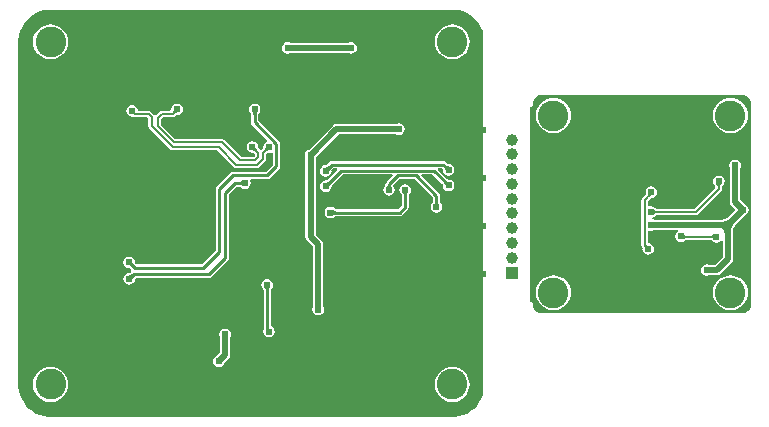
<source format=gbl>
G04*
G04 #@! TF.GenerationSoftware,Altium Limited,Altium Designer,20.0.2 (26)*
G04*
G04 Layer_Physical_Order=2*
G04 Layer_Color=16711680*
%FSLAX25Y25*%
%MOIN*%
G70*
G01*
G75*
%ADD10C,0.01000*%
%ADD15C,0.00700*%
%ADD68C,0.02000*%
%ADD69C,0.00900*%
%ADD73C,0.03937*%
%ADD74R,0.03937X0.03937*%
%ADD75C,0.10236*%
%ADD76C,0.02400*%
G36*
X3937Y73784D02*
X71153D01*
X71717Y73672D01*
X72248Y73452D01*
X72726Y73132D01*
X73132Y72726D01*
X73452Y72248D01*
X73672Y71717D01*
X73784Y71153D01*
Y70866D01*
Y3937D01*
Y3650D01*
X73672Y3086D01*
X73452Y2555D01*
X73132Y2077D01*
X72726Y1671D01*
X72248Y1352D01*
X71717Y1132D01*
X71153Y1020D01*
X3650D01*
X3086Y1132D01*
X2555Y1352D01*
X2077Y1671D01*
X1671Y2077D01*
X1352Y2555D01*
X1132Y3086D01*
X1020Y3650D01*
Y3937D01*
X942Y4327D01*
X721Y4658D01*
X390Y4879D01*
X0Y4956D01*
Y69847D01*
X390Y69924D01*
X721Y70145D01*
X942Y70476D01*
X1020Y70866D01*
Y71153D01*
X1132Y71717D01*
X1352Y72248D01*
X1671Y72726D01*
X2077Y73132D01*
X2555Y73452D01*
X3086Y73672D01*
X3650Y73784D01*
X3937Y73784D01*
D02*
G37*
G36*
X-23701Y102091D02*
X-22335Y101725D01*
X-21028Y101184D01*
X-19803Y100476D01*
X-18680Y99615D01*
X-17680Y98615D01*
X-16819Y97492D01*
X-16112Y96267D01*
X-15570Y94960D01*
X-15500Y94698D01*
Y-25903D01*
X-15570Y-26165D01*
X-16112Y-27472D01*
X-16819Y-28697D01*
X-17680Y-29820D01*
X-18680Y-30820D01*
X-19803Y-31681D01*
X-21028Y-32388D01*
X-22335Y-32930D01*
X-23701Y-33296D01*
X-25104Y-33481D01*
X-160377D01*
X-161779Y-33296D01*
X-163146Y-32930D01*
X-164453Y-32388D01*
X-165678Y-31681D01*
X-166800Y-30820D01*
X-167800Y-29820D01*
X-168661Y-28697D01*
X-169369Y-27472D01*
X-169910Y-26165D01*
X-170276Y-24799D01*
X-170461Y-23396D01*
Y-22689D01*
Y91484D01*
Y92191D01*
X-170276Y93594D01*
X-169910Y94960D01*
X-169369Y96267D01*
X-168661Y97492D01*
X-167800Y98615D01*
X-166800Y99615D01*
X-165678Y100476D01*
X-164453Y101184D01*
X-163145Y101725D01*
X-161779Y102091D01*
X-160377Y102276D01*
X-25104D01*
X-23701Y102091D01*
D02*
G37*
%LPC*%
G36*
X7874Y72775D02*
X6734Y72663D01*
X5637Y72330D01*
X4626Y71790D01*
X3740Y71063D01*
X3013Y70177D01*
X2473Y69166D01*
X2140Y68070D01*
X2028Y66929D01*
X2140Y65789D01*
X2473Y64692D01*
X3013Y63681D01*
X3740Y62795D01*
X4626Y62068D01*
X5637Y61528D01*
X6734Y61195D01*
X7874Y61083D01*
X9015Y61195D01*
X10111Y61528D01*
X11122Y62068D01*
X12008Y62795D01*
X12735Y63681D01*
X13275Y64692D01*
X13608Y65789D01*
X13720Y66929D01*
X13608Y68070D01*
X13275Y69166D01*
X12735Y70177D01*
X12008Y71063D01*
X11122Y71790D01*
X10111Y72330D01*
X9015Y72663D01*
X7874Y72775D01*
D02*
G37*
G36*
X66929Y72775D02*
X65789Y72663D01*
X64692Y72330D01*
X63681Y71790D01*
X62795Y71063D01*
X62068Y70177D01*
X61528Y69166D01*
X61195Y68070D01*
X61083Y66929D01*
X61195Y65789D01*
X61528Y64692D01*
X62068Y63681D01*
X62795Y62795D01*
X63681Y62068D01*
X64692Y61528D01*
X65789Y61195D01*
X66929Y61083D01*
X68070Y61195D01*
X69166Y61528D01*
X70177Y62068D01*
X71063Y62795D01*
X71790Y63681D01*
X72330Y64692D01*
X72663Y65789D01*
X72775Y66929D01*
X72663Y68070D01*
X72330Y69166D01*
X71790Y70177D01*
X71063Y71063D01*
X70177Y71790D01*
X69166Y72330D01*
X68070Y72663D01*
X66929Y72775D01*
D02*
G37*
G36*
X68500Y52232D02*
X67758Y52085D01*
X67130Y51665D01*
X66710Y51036D01*
X66562Y50295D01*
X66710Y49554D01*
X66766Y49469D01*
Y38000D01*
X66898Y37337D01*
X67274Y36775D01*
X68549Y35500D01*
X66196Y33147D01*
X65987Y32980D01*
X65721Y32799D01*
X65448Y32644D01*
X65166Y32513D01*
X64874Y32406D01*
X64571Y32323D01*
X64256Y32263D01*
X63990Y32233D01*
X41385D01*
X41300Y32290D01*
X40882Y32373D01*
X40722Y32405D01*
Y32915D01*
X40882Y32946D01*
X41300Y33029D01*
X41929Y33449D01*
X41990Y33542D01*
X41992Y33544D01*
X42055Y33597D01*
X42115Y33642D01*
X42169Y33677D01*
X42220Y33704D01*
X42266Y33724D01*
X42309Y33738D01*
X42348Y33747D01*
X42357Y33749D01*
X55319D01*
X55729Y33830D01*
X56076Y34062D01*
X63757Y41743D01*
X63989Y42090D01*
X64071Y42500D01*
Y43202D01*
X64072Y43210D01*
X64081Y43250D01*
X64095Y43293D01*
X64116Y43339D01*
X64143Y43389D01*
X64178Y43444D01*
X64222Y43503D01*
X64276Y43567D01*
X64277Y43568D01*
X64370Y43630D01*
X64790Y44259D01*
X64937Y45000D01*
X64790Y45741D01*
X64370Y46370D01*
X63741Y46790D01*
X63000Y46937D01*
X62259Y46790D01*
X61630Y46370D01*
X61210Y45741D01*
X61063Y45000D01*
X61210Y44259D01*
X61630Y43630D01*
X61723Y43568D01*
X61724Y43567D01*
X61778Y43503D01*
X61822Y43444D01*
X61857Y43389D01*
X61884Y43339D01*
X61905Y43293D01*
X61919Y43250D01*
X61928Y43210D01*
X61929Y43202D01*
Y42944D01*
X54876Y35890D01*
X42357D01*
X42348Y35891D01*
X42309Y35900D01*
X42266Y35915D01*
X42220Y35935D01*
X42169Y35962D01*
X42115Y35997D01*
X42055Y36041D01*
X41992Y36095D01*
X41990Y36097D01*
X41929Y36189D01*
X41300Y36609D01*
X40559Y36756D01*
X39879Y36621D01*
X39680Y36682D01*
X39379Y36843D01*
Y38365D01*
X40324Y39310D01*
X40332Y39316D01*
X40379Y39348D01*
X40425Y39376D01*
X40582Y39450D01*
X40648Y39475D01*
X40858Y39538D01*
X40975Y39566D01*
X41028Y39589D01*
X41300Y39644D01*
X41929Y40064D01*
X42349Y40692D01*
X42496Y41433D01*
X42349Y42175D01*
X41929Y42803D01*
X41300Y43223D01*
X40559Y43371D01*
X39818Y43223D01*
X39189Y42803D01*
X38769Y42175D01*
X38622Y41433D01*
X38691Y41085D01*
X38691Y41019D01*
X38709Y40926D01*
X38716Y40869D01*
X38717Y40824D01*
X38714Y40788D01*
X38708Y40760D01*
X38702Y40737D01*
X38693Y40716D01*
X38680Y40695D01*
X38679Y40693D01*
X37552Y39566D01*
X37320Y39218D01*
X37238Y38809D01*
Y23691D01*
X37320Y23282D01*
X37552Y22934D01*
X37633Y22853D01*
X37563Y22500D01*
X37710Y21759D01*
X38130Y21130D01*
X38759Y20710D01*
X39500Y20563D01*
X40241Y20710D01*
X40870Y21130D01*
X41290Y21759D01*
X41437Y22500D01*
X41290Y23241D01*
X40870Y23870D01*
X40241Y24290D01*
X39500Y24437D01*
X39379Y24536D01*
Y28476D01*
X39682Y28638D01*
X39879Y28698D01*
X40559Y28563D01*
X41300Y28710D01*
X41385Y28767D01*
X49314D01*
X49466Y28267D01*
X49130Y28043D01*
X48711Y27414D01*
X48563Y26673D01*
X48711Y25932D01*
X49130Y25303D01*
X49759Y24883D01*
X50500Y24736D01*
X51242Y24883D01*
X51575Y25106D01*
X51634Y25131D01*
X51836Y25272D01*
X51906Y25313D01*
X51978Y25350D01*
X52045Y25379D01*
X52106Y25402D01*
X52162Y25418D01*
X52213Y25428D01*
X52223Y25429D01*
X60461D01*
X60469Y25428D01*
X60509Y25419D01*
X60552Y25405D01*
X60598Y25385D01*
X60648Y25357D01*
X60703Y25322D01*
X60762Y25278D01*
X60825Y25224D01*
X60827Y25223D01*
X60889Y25130D01*
X61517Y24710D01*
X62259Y24563D01*
X63000Y24710D01*
X63629Y25130D01*
X63767Y25337D01*
X64267Y25185D01*
Y19685D01*
X61815Y17233D01*
X59825D01*
X59741Y17289D01*
X59000Y17437D01*
X58259Y17289D01*
X57630Y16870D01*
X57210Y16241D01*
X57063Y15500D01*
X57210Y14758D01*
X57630Y14130D01*
X58259Y13710D01*
X59000Y13563D01*
X59741Y13710D01*
X59826Y13767D01*
X62533D01*
X63197Y13899D01*
X63759Y14274D01*
X67226Y17741D01*
X67601Y18303D01*
X67733Y18967D01*
Y28490D01*
X67763Y28756D01*
X67823Y29071D01*
X67906Y29374D01*
X68014Y29666D01*
X68144Y29948D01*
X68299Y30221D01*
X68480Y30487D01*
X68647Y30696D01*
X71642Y33690D01*
X71741Y33710D01*
X72370Y34130D01*
X72790Y34759D01*
X72937Y35500D01*
X72790Y36241D01*
X72370Y36870D01*
X71741Y37290D01*
X71642Y37310D01*
X70233Y38718D01*
Y49469D01*
X70289Y49554D01*
X70437Y50295D01*
X70289Y51036D01*
X69870Y51665D01*
X69241Y52085D01*
X68500Y52232D01*
D02*
G37*
G36*
X66929Y13720D02*
X65789Y13608D01*
X64692Y13275D01*
X63681Y12735D01*
X62795Y12008D01*
X62068Y11122D01*
X61528Y10111D01*
X61195Y9015D01*
X61083Y7874D01*
X61195Y6734D01*
X61528Y5637D01*
X62068Y4626D01*
X62795Y3740D01*
X63681Y3013D01*
X64692Y2473D01*
X65789Y2140D01*
X66929Y2028D01*
X68070Y2140D01*
X69166Y2473D01*
X70177Y3013D01*
X71063Y3740D01*
X71790Y4626D01*
X72330Y5637D01*
X72663Y6734D01*
X72775Y7874D01*
X72663Y9015D01*
X72330Y10111D01*
X71790Y11122D01*
X71063Y12008D01*
X70177Y12735D01*
X69166Y13275D01*
X68070Y13608D01*
X66929Y13720D01*
D02*
G37*
G36*
X7874D02*
X6734Y13608D01*
X5637Y13275D01*
X4626Y12735D01*
X3740Y12008D01*
X3013Y11122D01*
X2473Y10111D01*
X2140Y9015D01*
X2028Y7874D01*
X2140Y6734D01*
X2473Y5637D01*
X3013Y4626D01*
X3740Y3740D01*
X4626Y3013D01*
X5637Y2473D01*
X6734Y2140D01*
X7874Y2028D01*
X9015Y2140D01*
X10111Y2473D01*
X11122Y3013D01*
X12008Y3740D01*
X12735Y4626D01*
X13275Y5637D01*
X13608Y6734D01*
X13720Y7874D01*
X13608Y9015D01*
X13275Y10111D01*
X12735Y11122D01*
X12008Y12008D01*
X11122Y12735D01*
X10111Y13275D01*
X9015Y13608D01*
X7874Y13720D01*
D02*
G37*
%LPD*%
G36*
X63747Y44047D02*
X63664Y43949D01*
X63590Y43850D01*
X63526Y43751D01*
X63472Y43650D01*
X63428Y43549D01*
X63394Y43446D01*
X63370Y43342D01*
X63355Y43238D01*
X63350Y43132D01*
X62650D01*
X62645Y43238D01*
X62630Y43342D01*
X62606Y43446D01*
X62572Y43549D01*
X62528Y43650D01*
X62474Y43751D01*
X62410Y43850D01*
X62336Y43949D01*
X62253Y44047D01*
X62160Y44143D01*
X63840D01*
X63747Y44047D01*
D02*
G37*
G36*
X40812Y40260D02*
X40674Y40228D01*
X40419Y40151D01*
X40302Y40107D01*
X40091Y40007D01*
X39996Y39951D01*
X39909Y39892D01*
X39829Y39828D01*
X39756Y39761D01*
X39143Y40138D01*
X39217Y40220D01*
X39280Y40305D01*
X39332Y40396D01*
X39373Y40491D01*
X39403Y40591D01*
X39422Y40695D01*
X39431Y40803D01*
X39428Y40917D01*
X39415Y41034D01*
X39391Y41157D01*
X40812Y40260D01*
D02*
G37*
G36*
X41512Y35566D02*
X41610Y35483D01*
X41708Y35409D01*
X41808Y35346D01*
X41909Y35292D01*
X42010Y35248D01*
X42113Y35213D01*
X42216Y35189D01*
X42321Y35174D01*
X42426Y35169D01*
Y34469D01*
X42321Y34464D01*
X42216Y34449D01*
X42113Y34425D01*
X42010Y34391D01*
X41909Y34347D01*
X41808Y34293D01*
X41708Y34229D01*
X41610Y34155D01*
X41512Y34072D01*
X41416Y33979D01*
Y35659D01*
X41512Y35566D01*
D02*
G37*
G36*
X68414Y31500D02*
X68146Y31211D01*
X67905Y30911D01*
X67693Y30599D01*
X67509Y30275D01*
X67353Y29939D01*
X67226Y29592D01*
X67127Y29233D01*
X67057Y28862D01*
X67014Y28480D01*
X67000Y28086D01*
X65000Y27500D01*
X64980Y27880D01*
X64920Y28220D01*
X64820Y28520D01*
X64680Y28780D01*
X64500Y29000D01*
X64280Y29180D01*
X64020Y29320D01*
X63720Y29420D01*
X63380Y29480D01*
X63000Y29500D01*
X63586Y31500D01*
X63980Y31514D01*
X64362Y31557D01*
X64733Y31627D01*
X65092Y31726D01*
X65439Y31854D01*
X65775Y32009D01*
X66099Y32193D01*
X66411Y32405D01*
X66711Y32645D01*
X67000Y32914D01*
X68414Y31500D01*
D02*
G37*
G36*
X51549Y27280D02*
X51631Y27190D01*
X51717Y27110D01*
X51806Y27041D01*
X51898Y26983D01*
X51993Y26935D01*
X52092Y26898D01*
X52194Y26871D01*
X52299Y26855D01*
X52407Y26850D01*
X52300Y26150D01*
X52198Y26146D01*
X52096Y26133D01*
X51991Y26111D01*
X51886Y26081D01*
X51779Y26042D01*
X51671Y25995D01*
X51562Y25938D01*
X51452Y25874D01*
X51227Y25718D01*
X51469Y27381D01*
X51549Y27280D01*
D02*
G37*
G36*
X61402Y25660D02*
X61305Y25753D01*
X61208Y25836D01*
X61109Y25910D01*
X61009Y25974D01*
X60909Y26028D01*
X60807Y26072D01*
X60705Y26106D01*
X60601Y26130D01*
X60496Y26145D01*
X60391Y26150D01*
Y26850D01*
X60496Y26855D01*
X60601Y26870D01*
X60705Y26894D01*
X60807Y26928D01*
X60909Y26972D01*
X61009Y27026D01*
X61109Y27090D01*
X61208Y27164D01*
X61305Y27247D01*
X61402Y27340D01*
Y25660D01*
D02*
G37*
G36*
X38627Y23871D02*
X38762Y23761D01*
X38825Y23719D01*
X38886Y23685D01*
X38944Y23661D01*
X39000Y23645D01*
X39053Y23637D01*
X39103Y23638D01*
X39151Y23648D01*
X38352Y22849D01*
X38362Y22897D01*
X38363Y22947D01*
X38355Y23000D01*
X38339Y23056D01*
X38315Y23114D01*
X38281Y23175D01*
X38239Y23238D01*
X38188Y23304D01*
X38129Y23373D01*
X38061Y23444D01*
X38556Y23939D01*
X38627Y23871D01*
D02*
G37*
%LPC*%
G36*
X-80663Y91449D02*
X-81404Y91302D01*
X-82033Y90882D01*
X-82453Y90253D01*
X-82600Y89512D01*
X-82453Y88771D01*
X-82033Y88142D01*
X-81404Y87722D01*
X-80663Y87575D01*
X-79922Y87722D01*
X-79855Y87767D01*
X-60326D01*
X-60241Y87710D01*
X-59500Y87563D01*
X-58759Y87710D01*
X-58130Y88130D01*
X-57710Y88759D01*
X-57563Y89500D01*
X-57710Y90241D01*
X-58130Y90870D01*
X-58759Y91290D01*
X-59500Y91437D01*
X-60241Y91290D01*
X-60326Y91233D01*
X-79820D01*
X-79922Y91302D01*
X-80663Y91449D01*
D02*
G37*
G36*
X-25811Y97330D02*
X-26952Y97218D01*
X-28048Y96886D01*
X-29059Y96345D01*
X-29945Y95618D01*
X-30672Y94732D01*
X-31212Y93721D01*
X-31545Y92625D01*
X-31657Y91484D01*
X-31545Y90344D01*
X-31212Y89247D01*
X-30672Y88236D01*
X-29945Y87350D01*
X-29059Y86623D01*
X-28048Y86083D01*
X-26952Y85750D01*
X-25811Y85638D01*
X-24670Y85750D01*
X-23574Y86083D01*
X-22563Y86623D01*
X-21677Y87350D01*
X-20950Y88236D01*
X-20410Y89247D01*
X-20077Y90344D01*
X-19965Y91484D01*
X-20077Y92625D01*
X-20410Y93721D01*
X-20950Y94732D01*
X-21677Y95618D01*
X-22563Y96345D01*
X-23574Y96886D01*
X-24670Y97218D01*
X-25811Y97330D01*
D02*
G37*
G36*
X-159669D02*
X-160810Y97218D01*
X-161907Y96886D01*
X-162917Y96345D01*
X-163803Y95618D01*
X-164530Y94732D01*
X-165070Y93721D01*
X-165403Y92625D01*
X-165516Y91484D01*
X-165403Y90344D01*
X-165070Y89247D01*
X-164530Y88236D01*
X-163803Y87350D01*
X-162917Y86623D01*
X-161907Y86083D01*
X-160810Y85750D01*
X-159669Y85638D01*
X-158529Y85750D01*
X-157432Y86083D01*
X-156421Y86623D01*
X-155535Y87350D01*
X-154808Y88236D01*
X-154268Y89247D01*
X-153935Y90344D01*
X-153823Y91484D01*
X-153935Y92625D01*
X-154268Y93721D01*
X-154808Y94732D01*
X-155535Y95618D01*
X-156421Y96345D01*
X-157432Y96886D01*
X-158529Y97218D01*
X-159669Y97330D01*
D02*
G37*
G36*
X-91677Y70937D02*
X-92418Y70790D01*
X-93047Y70370D01*
X-93467Y69741D01*
X-93614Y69000D01*
X-93467Y68259D01*
X-93047Y67630D01*
X-92977Y67583D01*
X-92965Y67564D01*
X-92949Y67534D01*
X-92935Y67498D01*
X-92921Y67454D01*
X-92909Y67401D01*
X-92901Y67346D01*
Y64664D01*
X-92807Y64195D01*
X-92542Y63798D01*
X-87492Y58748D01*
X-87578Y58464D01*
X-87690Y58239D01*
X-88263Y57856D01*
X-88683Y57227D01*
X-88831Y56486D01*
X-88809Y56377D01*
X-88809Y56375D01*
X-88816Y56292D01*
X-88826Y56219D01*
X-88840Y56155D01*
X-88857Y56100D01*
X-88875Y56054D01*
X-88895Y56013D01*
X-88917Y55978D01*
X-88922Y55972D01*
X-89574Y55320D01*
X-89743Y55337D01*
X-90378Y55972D01*
X-90383Y55978D01*
X-90405Y56013D01*
X-90425Y56054D01*
X-90443Y56100D01*
X-90460Y56155D01*
X-90474Y56219D01*
X-90484Y56292D01*
X-90491Y56375D01*
X-90491Y56377D01*
X-90469Y56486D01*
X-90617Y57227D01*
X-91036Y57856D01*
X-91665Y58276D01*
X-92406Y58423D01*
X-93148Y58276D01*
X-93776Y57856D01*
X-94196Y57227D01*
X-94344Y56486D01*
X-94196Y55745D01*
X-93776Y55116D01*
X-93148Y54696D01*
X-92406Y54549D01*
X-92297Y54571D01*
X-92295Y54571D01*
X-92212Y54564D01*
X-92139Y54553D01*
X-92075Y54539D01*
X-92021Y54523D01*
X-91974Y54504D01*
X-91934Y54484D01*
X-91899Y54463D01*
X-91892Y54458D01*
X-91571Y54136D01*
Y53443D01*
X-91943Y53071D01*
X-96057D01*
X-101743Y58757D01*
X-102090Y58989D01*
X-102500Y59071D01*
X-118093D01*
X-122929Y63907D01*
Y65777D01*
X-122277Y66429D01*
X-119000D01*
X-118590Y66511D01*
X-118243Y66743D01*
X-118015Y66971D01*
X-118008Y66977D01*
X-117973Y66998D01*
X-117933Y67018D01*
X-117886Y67037D01*
X-117831Y67053D01*
X-117768Y67067D01*
X-117694Y67078D01*
X-117612Y67084D01*
X-117609Y67084D01*
X-117500Y67063D01*
X-116759Y67210D01*
X-116130Y67630D01*
X-115710Y68259D01*
X-115563Y69000D01*
X-115710Y69741D01*
X-116130Y70370D01*
X-116759Y70790D01*
X-117500Y70937D01*
X-118241Y70790D01*
X-118870Y70370D01*
X-119290Y69741D01*
X-119437Y69000D01*
X-119757Y68571D01*
X-122721D01*
X-123130Y68489D01*
X-123477Y68257D01*
X-124587Y67147D01*
X-125124Y67162D01*
X-125207Y67204D01*
X-125243Y67257D01*
X-125243Y67257D01*
X-126243Y68257D01*
X-126590Y68489D01*
X-127000Y68571D01*
X-130577D01*
X-130710Y69241D01*
X-131130Y69870D01*
X-131759Y70290D01*
X-132500Y70437D01*
X-133241Y70290D01*
X-133870Y69870D01*
X-134290Y69241D01*
X-134437Y68500D01*
X-134290Y67759D01*
X-133870Y67130D01*
X-133241Y66710D01*
X-132500Y66563D01*
X-132105Y66641D01*
X-131910Y66511D01*
X-131500Y66429D01*
X-127444D01*
X-127071Y66057D01*
Y63365D01*
X-126989Y62955D01*
X-126757Y62608D01*
X-119790Y55641D01*
X-119790Y55641D01*
X-119443Y55409D01*
X-119033Y55327D01*
X-104115D01*
X-98611Y49823D01*
X-98611Y49823D01*
X-98263Y49591D01*
X-97854Y49510D01*
X-90940D01*
X-90530Y49591D01*
X-90183Y49823D01*
X-88243Y51763D01*
X-88011Y52110D01*
X-87929Y52520D01*
Y53936D01*
X-87408Y54458D01*
X-87401Y54463D01*
X-87366Y54484D01*
X-87326Y54504D01*
X-87279Y54523D01*
X-87225Y54539D01*
X-87161Y54553D01*
X-87088Y54564D01*
X-87005Y54571D01*
X-87002Y54571D01*
X-86894Y54549D01*
X-86217Y54683D01*
X-85979Y54604D01*
X-85717Y54464D01*
Y50513D01*
X-88007Y48224D01*
X-99000D01*
X-99468Y48130D01*
X-99865Y47865D01*
X-104365Y43365D01*
X-104630Y42968D01*
X-104724Y42500D01*
Y22007D01*
X-109384Y17346D01*
X-131116D01*
X-131466Y17696D01*
X-131498Y17741D01*
X-131527Y17786D01*
X-131548Y17827D01*
X-131564Y17863D01*
X-131574Y17896D01*
X-131579Y17917D01*
X-131563Y18000D01*
X-131710Y18741D01*
X-132130Y19370D01*
X-132759Y19790D01*
X-133500Y19937D01*
X-134241Y19790D01*
X-134870Y19370D01*
X-135290Y18741D01*
X-135437Y18000D01*
X-135290Y17259D01*
X-134870Y16630D01*
X-134241Y16210D01*
X-133500Y16063D01*
X-133417Y16079D01*
X-133396Y16074D01*
X-133363Y16064D01*
X-133327Y16048D01*
X-133286Y16027D01*
X-133241Y15998D01*
X-133196Y15966D01*
X-132764Y15534D01*
X-132820Y14895D01*
X-132865Y14865D01*
X-133196Y14534D01*
X-133241Y14502D01*
X-133286Y14473D01*
X-133327Y14452D01*
X-133363Y14436D01*
X-133396Y14426D01*
X-133417Y14421D01*
X-133500Y14437D01*
X-134241Y14290D01*
X-134870Y13870D01*
X-135290Y13241D01*
X-135437Y12500D01*
X-135290Y11759D01*
X-134870Y11130D01*
X-134241Y10710D01*
X-133500Y10563D01*
X-132759Y10710D01*
X-132130Y11130D01*
X-131710Y11759D01*
X-131563Y12500D01*
X-131153Y12776D01*
X-107000D01*
X-106532Y12870D01*
X-106135Y13135D01*
X-100635Y18635D01*
X-100370Y19032D01*
X-100277Y19500D01*
Y40688D01*
X-97798Y43167D01*
X-96619D01*
X-96564Y43158D01*
X-96511Y43146D01*
X-96467Y43132D01*
X-96431Y43117D01*
X-96401Y43102D01*
X-96382Y43090D01*
X-96335Y43020D01*
X-95706Y42600D01*
X-94965Y42453D01*
X-94224Y42600D01*
X-93595Y43020D01*
X-93175Y43649D01*
X-93028Y44390D01*
X-93175Y45131D01*
X-93272Y45276D01*
X-93005Y45777D01*
X-87500D01*
X-87032Y45870D01*
X-86635Y46135D01*
X-83628Y49141D01*
X-83363Y49538D01*
X-83270Y50006D01*
Y57480D01*
X-83363Y57948D01*
X-83628Y58345D01*
X-90453Y65170D01*
Y67346D01*
X-90445Y67401D01*
X-90433Y67454D01*
X-90419Y67498D01*
X-90404Y67534D01*
X-90389Y67564D01*
X-90377Y67583D01*
X-90307Y67630D01*
X-89887Y68259D01*
X-89740Y69000D01*
X-89887Y69741D01*
X-90307Y70370D01*
X-90936Y70790D01*
X-91677Y70937D01*
D02*
G37*
G36*
X-43597Y64329D02*
X-44338Y64181D01*
X-44423Y64125D01*
X-64454D01*
X-65117Y63993D01*
X-65679Y63617D01*
X-73693Y55603D01*
X-73793Y55583D01*
X-74421Y55163D01*
X-74841Y54535D01*
X-74989Y53794D01*
X-74841Y53052D01*
X-74785Y52968D01*
Y29326D01*
X-74841Y29241D01*
X-74989Y28500D01*
X-74841Y27759D01*
X-74785Y27674D01*
Y26552D01*
X-74653Y25888D01*
X-74277Y25326D01*
X-72226Y23275D01*
Y3057D01*
X-72283Y2973D01*
X-72430Y2232D01*
X-72283Y1490D01*
X-71863Y862D01*
X-71234Y442D01*
X-70493Y294D01*
X-69752Y442D01*
X-69123Y862D01*
X-68703Y1490D01*
X-68556Y2232D01*
X-68703Y2973D01*
X-68760Y3057D01*
Y23993D01*
X-68892Y24656D01*
X-69267Y25218D01*
X-69267Y25218D01*
X-71318Y27270D01*
Y27674D01*
X-71262Y27759D01*
X-71114Y28500D01*
X-71262Y29241D01*
X-71318Y29326D01*
Y52968D01*
X-71262Y53052D01*
X-71242Y53152D01*
X-63736Y60658D01*
X-44423D01*
X-44338Y60602D01*
X-43597Y60454D01*
X-42856Y60602D01*
X-42227Y61022D01*
X-41807Y61650D01*
X-41660Y62392D01*
X-41807Y63133D01*
X-42227Y63762D01*
X-42856Y64181D01*
X-43597Y64329D01*
D02*
G37*
G36*
X-28755Y51753D02*
X-65920D01*
X-66369Y51663D01*
X-66749Y51409D01*
X-67623Y50535D01*
X-67624Y50534D01*
X-67670Y50503D01*
X-67713Y50477D01*
X-67755Y50457D01*
X-67796Y50441D01*
X-67839Y50429D01*
X-67883Y50421D01*
X-67905Y50418D01*
X-68000Y50437D01*
X-68741Y50290D01*
X-69370Y49870D01*
X-69790Y49241D01*
X-69937Y48500D01*
X-69790Y47759D01*
X-69370Y47130D01*
X-68741Y46710D01*
X-68000Y46563D01*
X-67259Y46710D01*
X-66630Y47130D01*
X-66210Y47759D01*
X-66063Y48500D01*
X-66082Y48595D01*
X-66079Y48617D01*
X-66070Y48661D01*
X-66058Y48704D01*
X-66043Y48745D01*
X-66023Y48787D01*
X-65997Y48831D01*
X-65966Y48876D01*
X-65965Y48877D01*
X-65434Y49408D01*
X-64309D01*
X-64118Y48946D01*
X-67623Y45441D01*
X-67624Y45440D01*
X-67670Y45408D01*
X-67713Y45383D01*
X-67755Y45363D01*
X-67796Y45347D01*
X-67839Y45335D01*
X-67883Y45326D01*
X-67905Y45324D01*
X-68000Y45343D01*
X-68741Y45195D01*
X-69370Y44775D01*
X-69790Y44147D01*
X-69937Y43406D01*
X-69790Y42664D01*
X-69370Y42036D01*
X-68741Y41616D01*
X-68000Y41468D01*
X-67259Y41616D01*
X-66630Y42036D01*
X-66210Y42664D01*
X-66063Y43406D01*
X-66082Y43500D01*
X-66079Y43523D01*
X-66070Y43567D01*
X-66058Y43609D01*
X-66043Y43651D01*
X-66023Y43692D01*
X-65997Y43736D01*
X-65966Y43781D01*
X-65965Y43783D01*
X-62320Y47427D01*
X-45884D01*
X-45693Y46966D01*
X-47726Y44932D01*
X-47980Y44552D01*
X-48070Y44103D01*
Y43867D01*
X-48070Y43865D01*
X-48080Y43811D01*
X-48092Y43762D01*
X-48108Y43718D01*
X-48126Y43677D01*
X-48147Y43639D01*
X-48172Y43602D01*
X-48187Y43584D01*
X-48267Y43530D01*
X-48687Y42902D01*
X-48834Y42161D01*
X-48687Y41419D01*
X-48267Y40791D01*
X-47638Y40371D01*
X-46897Y40224D01*
X-46156Y40371D01*
X-45527Y40791D01*
X-45107Y41419D01*
X-44960Y42161D01*
X-45107Y42902D01*
X-45527Y43530D01*
X-45340Y44002D01*
X-43514Y45827D01*
X-38311D01*
X-32272Y39788D01*
Y38222D01*
X-32272Y38220D01*
X-32282Y38166D01*
X-32295Y38117D01*
X-32310Y38073D01*
X-32329Y38033D01*
X-32350Y37995D01*
X-32375Y37957D01*
X-32389Y37940D01*
X-32469Y37886D01*
X-32889Y37257D01*
X-33037Y36516D01*
X-32889Y35775D01*
X-32469Y35146D01*
X-31841Y34726D01*
X-31100Y34579D01*
X-30358Y34726D01*
X-29730Y35146D01*
X-29310Y35775D01*
X-29162Y36516D01*
X-29310Y37257D01*
X-29730Y37886D01*
X-29810Y37940D01*
X-29824Y37957D01*
X-29849Y37995D01*
X-29871Y38033D01*
X-29889Y38073D01*
X-29904Y38117D01*
X-29917Y38166D01*
X-29927Y38220D01*
X-29927Y38222D01*
Y40274D01*
X-30016Y40723D01*
X-30270Y41103D01*
X-36133Y46966D01*
X-35941Y47427D01*
X-32509D01*
X-29089Y44007D01*
X-29087Y44006D01*
X-29056Y43961D01*
X-29031Y43917D01*
X-29010Y43875D01*
X-28995Y43834D01*
X-28983Y43791D01*
X-28974Y43748D01*
X-28972Y43725D01*
X-28990Y43630D01*
X-28843Y42889D01*
X-28423Y42260D01*
X-27795Y41840D01*
X-27053Y41693D01*
X-26312Y41840D01*
X-25683Y42260D01*
X-25263Y42889D01*
X-25116Y43630D01*
X-25263Y44372D01*
X-25683Y45000D01*
X-26312Y45420D01*
X-27053Y45567D01*
X-27148Y45549D01*
X-27171Y45551D01*
X-27215Y45560D01*
X-27257Y45572D01*
X-27298Y45588D01*
X-27340Y45608D01*
X-27384Y45633D01*
X-27429Y45664D01*
X-27430Y45665D01*
X-30710Y48946D01*
X-30519Y49408D01*
X-29241D01*
X-29089Y49255D01*
X-29087Y49254D01*
X-29056Y49209D01*
X-29031Y49165D01*
X-29010Y49123D01*
X-28995Y49082D01*
X-28983Y49040D01*
X-28974Y48996D01*
X-28972Y48973D01*
X-28990Y48878D01*
X-28843Y48137D01*
X-28423Y47508D01*
X-27795Y47089D01*
X-27053Y46941D01*
X-26312Y47089D01*
X-25683Y47508D01*
X-25263Y48137D01*
X-25116Y48878D01*
X-25263Y49620D01*
X-25683Y50248D01*
X-26312Y50668D01*
X-27053Y50815D01*
X-27148Y50797D01*
X-27171Y50799D01*
X-27215Y50808D01*
X-27257Y50820D01*
X-27298Y50836D01*
X-27340Y50856D01*
X-27384Y50881D01*
X-27429Y50912D01*
X-27430Y50914D01*
X-27926Y51409D01*
X-28306Y51663D01*
X-28755Y51753D01*
D02*
G37*
G36*
X-41500Y44098D02*
X-42241Y43951D01*
X-42870Y43530D01*
X-43290Y42902D01*
X-43437Y42161D01*
X-43290Y41419D01*
X-42870Y40791D01*
X-42790Y40737D01*
X-42775Y40720D01*
X-42750Y40682D01*
X-42729Y40644D01*
X-42711Y40603D01*
X-42695Y40560D01*
X-42682Y40511D01*
X-42673Y40457D01*
X-42673Y40455D01*
Y36986D01*
X-43867Y35791D01*
X-64700D01*
X-64701Y35791D01*
X-64756Y35801D01*
X-64804Y35814D01*
X-64848Y35829D01*
X-64889Y35847D01*
X-64927Y35868D01*
X-64964Y35894D01*
X-64982Y35908D01*
X-65036Y35988D01*
X-65664Y36408D01*
X-66405Y36555D01*
X-67147Y36408D01*
X-67775Y35988D01*
X-68195Y35360D01*
X-68343Y34618D01*
X-68195Y33877D01*
X-67775Y33248D01*
X-67147Y32829D01*
X-66405Y32681D01*
X-65664Y32829D01*
X-65036Y33248D01*
X-64982Y33329D01*
X-64964Y33343D01*
X-64927Y33368D01*
X-64889Y33389D01*
X-64848Y33408D01*
X-64804Y33423D01*
X-64756Y33436D01*
X-64701Y33446D01*
X-64700Y33446D01*
X-43382D01*
X-42933Y33535D01*
X-42553Y33789D01*
X-40671Y35671D01*
X-40417Y36051D01*
X-40328Y36500D01*
Y40455D01*
X-40327Y40457D01*
X-40317Y40511D01*
X-40305Y40560D01*
X-40289Y40603D01*
X-40271Y40644D01*
X-40250Y40682D01*
X-40225Y40720D01*
X-40211Y40737D01*
X-40130Y40791D01*
X-39710Y41419D01*
X-39563Y42161D01*
X-39710Y42902D01*
X-40130Y43530D01*
X-40759Y43951D01*
X-41500Y44098D01*
D02*
G37*
G36*
X-87500Y12437D02*
X-88241Y12290D01*
X-88870Y11870D01*
X-89290Y11241D01*
X-89437Y10500D01*
X-89290Y9759D01*
X-88870Y9130D01*
X-88800Y9083D01*
X-88788Y9064D01*
X-88772Y9034D01*
X-88758Y8998D01*
X-88744Y8954D01*
X-88732Y8901D01*
X-88723Y8846D01*
Y-4082D01*
X-88721Y-4095D01*
X-88722Y-4277D01*
X-88735Y-4554D01*
X-88735Y-4556D01*
X-88735Y-4557D01*
Y-4558D01*
X-88738Y-4589D01*
X-88737Y-4598D01*
X-88831Y-5067D01*
X-88683Y-5808D01*
X-88263Y-6437D01*
X-87635Y-6857D01*
X-86894Y-7004D01*
X-86152Y-6857D01*
X-85524Y-6437D01*
X-85104Y-5808D01*
X-84956Y-5067D01*
X-85104Y-4326D01*
X-85524Y-3697D01*
X-86152Y-3277D01*
X-86277Y-3252D01*
Y8846D01*
X-86268Y8901D01*
X-86256Y8954D01*
X-86242Y8998D01*
X-86228Y9034D01*
X-86212Y9064D01*
X-86200Y9083D01*
X-86130Y9130D01*
X-85710Y9759D01*
X-85563Y10500D01*
X-85710Y11241D01*
X-86130Y11870D01*
X-86759Y12290D01*
X-87500Y12437D01*
D02*
G37*
G36*
X-101500Y-4063D02*
X-102241Y-4210D01*
X-102870Y-4630D01*
X-103290Y-5259D01*
X-103437Y-6000D01*
X-103290Y-6741D01*
X-103233Y-6826D01*
Y-12047D01*
X-104454Y-13267D01*
X-104997Y-13630D01*
X-105417Y-14259D01*
X-105564Y-15000D01*
X-105417Y-15741D01*
X-104997Y-16370D01*
X-104369Y-16790D01*
X-103627Y-16937D01*
X-102886Y-16790D01*
X-102257Y-16370D01*
X-101838Y-15741D01*
X-101791Y-15507D01*
X-100274Y-13990D01*
X-99899Y-13428D01*
X-99767Y-12765D01*
Y-6826D01*
X-99710Y-6741D01*
X-99563Y-6000D01*
X-99710Y-5259D01*
X-100130Y-4630D01*
X-100759Y-4210D01*
X-101500Y-4063D01*
D02*
G37*
G36*
X-25811Y-16843D02*
X-26952Y-16955D01*
X-28048Y-17288D01*
X-29059Y-17828D01*
X-29945Y-18555D01*
X-30672Y-19441D01*
X-31212Y-20452D01*
X-31545Y-21548D01*
X-31657Y-22689D01*
X-31545Y-23830D01*
X-31212Y-24926D01*
X-30672Y-25937D01*
X-29945Y-26823D01*
X-29059Y-27550D01*
X-28048Y-28090D01*
X-26952Y-28423D01*
X-25811Y-28535D01*
X-24670Y-28423D01*
X-23574Y-28090D01*
X-22563Y-27550D01*
X-21677Y-26823D01*
X-20950Y-25937D01*
X-20410Y-24926D01*
X-20077Y-23830D01*
X-19965Y-22689D01*
X-20077Y-21548D01*
X-20410Y-20452D01*
X-20950Y-19441D01*
X-21677Y-18555D01*
X-22563Y-17828D01*
X-23574Y-17288D01*
X-24670Y-16955D01*
X-25811Y-16843D01*
D02*
G37*
G36*
X-159669D02*
X-160810Y-16955D01*
X-161907Y-17288D01*
X-162917Y-17828D01*
X-163803Y-18555D01*
X-164530Y-19441D01*
X-165070Y-20452D01*
X-165403Y-21548D01*
X-165516Y-22689D01*
X-165403Y-23830D01*
X-165070Y-24926D01*
X-164530Y-25937D01*
X-163803Y-26823D01*
X-162917Y-27550D01*
X-161907Y-28090D01*
X-160810Y-28423D01*
X-159669Y-28535D01*
X-158529Y-28423D01*
X-157432Y-28090D01*
X-156421Y-27550D01*
X-155535Y-26823D01*
X-154808Y-25937D01*
X-154268Y-24926D01*
X-153935Y-23830D01*
X-153823Y-22689D01*
X-153935Y-21548D01*
X-154268Y-20452D01*
X-154808Y-19441D01*
X-155535Y-18555D01*
X-156421Y-17828D01*
X-157432Y-17288D01*
X-158529Y-16955D01*
X-159669Y-16843D01*
D02*
G37*
%LPD*%
G36*
X-117512Y67800D02*
X-117646Y67798D01*
X-117774Y67787D01*
X-117896Y67770D01*
X-118011Y67744D01*
X-118120Y67711D01*
X-118223Y67671D01*
X-118320Y67623D01*
X-118411Y67567D01*
X-118495Y67503D01*
X-118573Y67432D01*
X-119068Y67927D01*
X-118997Y68005D01*
X-118933Y68089D01*
X-118877Y68180D01*
X-118829Y68277D01*
X-118789Y68380D01*
X-118756Y68489D01*
X-118730Y68604D01*
X-118712Y68726D01*
X-118702Y68854D01*
X-118700Y68988D01*
X-117512Y67800D01*
D02*
G37*
G36*
X-90902Y68073D02*
X-90959Y67998D01*
X-91010Y67917D01*
X-91055Y67830D01*
X-91092Y67738D01*
X-91123Y67640D01*
X-91146Y67536D01*
X-91163Y67426D01*
X-91174Y67310D01*
X-91177Y67189D01*
X-92177D01*
X-92180Y67310D01*
X-92191Y67426D01*
X-92208Y67536D01*
X-92231Y67640D01*
X-92262Y67738D01*
X-92299Y67830D01*
X-92344Y67917D01*
X-92395Y67998D01*
X-92452Y68073D01*
X-92517Y68143D01*
X-90837D01*
X-90902Y68073D01*
D02*
G37*
G36*
X-86906Y55286D02*
X-87040Y55284D01*
X-87168Y55274D01*
X-87289Y55256D01*
X-87405Y55230D01*
X-87514Y55198D01*
X-87617Y55157D01*
X-87714Y55109D01*
X-87804Y55053D01*
X-87889Y54989D01*
X-87967Y54918D01*
X-88462Y55413D01*
X-88391Y55491D01*
X-88327Y55575D01*
X-88271Y55666D01*
X-88223Y55763D01*
X-88182Y55866D01*
X-88149Y55975D01*
X-88124Y56090D01*
X-88106Y56212D01*
X-88096Y56340D01*
X-88094Y56474D01*
X-86906Y55286D01*
D02*
G37*
G36*
X-91204Y56340D02*
X-91194Y56212D01*
X-91176Y56090D01*
X-91151Y55975D01*
X-91118Y55866D01*
X-91077Y55763D01*
X-91029Y55666D01*
X-90973Y55575D01*
X-90909Y55491D01*
X-90838Y55413D01*
X-91333Y54918D01*
X-91411Y54989D01*
X-91496Y55053D01*
X-91586Y55109D01*
X-91683Y55157D01*
X-91786Y55198D01*
X-91895Y55230D01*
X-92011Y55256D01*
X-92132Y55274D01*
X-92260Y55284D01*
X-92394Y55286D01*
X-91206Y56474D01*
X-91204Y56340D01*
D02*
G37*
G36*
X-95822Y43550D02*
X-95891Y43615D01*
X-95967Y43672D01*
X-96048Y43723D01*
X-96135Y43768D01*
X-96227Y43805D01*
X-96325Y43836D01*
X-96429Y43859D01*
X-96539Y43876D01*
X-96655Y43887D01*
X-96776Y43890D01*
Y44890D01*
X-96655Y44893D01*
X-96539Y44904D01*
X-96429Y44921D01*
X-96325Y44944D01*
X-96227Y44975D01*
X-96135Y45012D01*
X-96048Y45057D01*
X-95967Y45108D01*
X-95891Y45165D01*
X-95822Y45230D01*
Y43550D01*
D02*
G37*
G36*
X-132297Y17893D02*
X-132284Y17799D01*
X-132263Y17706D01*
X-132233Y17613D01*
X-132194Y17521D01*
X-132146Y17430D01*
X-132089Y17340D01*
X-132024Y17250D01*
X-131949Y17161D01*
X-131866Y17073D01*
X-132573Y16366D01*
X-132661Y16449D01*
X-132750Y16524D01*
X-132840Y16589D01*
X-132930Y16646D01*
X-133021Y16694D01*
X-133113Y16733D01*
X-133206Y16763D01*
X-133299Y16784D01*
X-133393Y16797D01*
X-133488Y16800D01*
X-132300Y17988D01*
X-132297Y17893D01*
D02*
G37*
G36*
X-131866Y13427D02*
X-131949Y13339D01*
X-132024Y13250D01*
X-132089Y13160D01*
X-132146Y13070D01*
X-132194Y12979D01*
X-132233Y12887D01*
X-132263Y12794D01*
X-132284Y12701D01*
X-132297Y12607D01*
X-132300Y12512D01*
X-133488Y13700D01*
X-133393Y13703D01*
X-133299Y13716D01*
X-133206Y13737D01*
X-133113Y13767D01*
X-133021Y13806D01*
X-132930Y13854D01*
X-132840Y13911D01*
X-132750Y13976D01*
X-132661Y14051D01*
X-132573Y14134D01*
X-131866Y13427D01*
D02*
G37*
G36*
X-27946Y50413D02*
X-27858Y50341D01*
X-27768Y50279D01*
X-27675Y50225D01*
X-27580Y50179D01*
X-27482Y50142D01*
X-27382Y50113D01*
X-27279Y50093D01*
X-27173Y50081D01*
X-27065Y50078D01*
X-28253Y48890D01*
X-28256Y48998D01*
X-28268Y49104D01*
X-28288Y49207D01*
X-28317Y49307D01*
X-28354Y49405D01*
X-28400Y49500D01*
X-28454Y49593D01*
X-28516Y49683D01*
X-28587Y49771D01*
X-28667Y49856D01*
X-28031Y50492D01*
X-27946Y50413D01*
D02*
G37*
G36*
X-66386Y49477D02*
X-66466Y49392D01*
X-66537Y49305D01*
X-66600Y49215D01*
X-66654Y49122D01*
X-66699Y49026D01*
X-66736Y48929D01*
X-66765Y48828D01*
X-66785Y48725D01*
X-66797Y48620D01*
X-66800Y48512D01*
X-67988Y49700D01*
X-67880Y49703D01*
X-67775Y49715D01*
X-67672Y49735D01*
X-67571Y49764D01*
X-67474Y49801D01*
X-67378Y49846D01*
X-67286Y49900D01*
X-67195Y49963D01*
X-67108Y50034D01*
X-67023Y50114D01*
X-66386Y49477D01*
D02*
G37*
G36*
X-27946Y45164D02*
X-27858Y45093D01*
X-27768Y45031D01*
X-27675Y44976D01*
X-27580Y44931D01*
X-27482Y44894D01*
X-27382Y44865D01*
X-27279Y44845D01*
X-27173Y44833D01*
X-27065Y44830D01*
X-28253Y43642D01*
X-28256Y43750D01*
X-28268Y43856D01*
X-28288Y43958D01*
X-28317Y44059D01*
X-28354Y44157D01*
X-28400Y44252D01*
X-28454Y44345D01*
X-28516Y44435D01*
X-28587Y44523D01*
X-28667Y44608D01*
X-28031Y45244D01*
X-27946Y45164D01*
D02*
G37*
G36*
X-66386Y44383D02*
X-66466Y44298D01*
X-66537Y44210D01*
X-66600Y44120D01*
X-66654Y44027D01*
X-66699Y43932D01*
X-66736Y43834D01*
X-66765Y43734D01*
X-66785Y43631D01*
X-66797Y43525D01*
X-66800Y43418D01*
X-67988Y44605D01*
X-67880Y44609D01*
X-67775Y44620D01*
X-67672Y44640D01*
X-67571Y44669D01*
X-67474Y44706D01*
X-67378Y44752D01*
X-67286Y44806D01*
X-67195Y44869D01*
X-67108Y44940D01*
X-67023Y45019D01*
X-66386Y44383D01*
D02*
G37*
G36*
X-46443Y43877D02*
X-46431Y43764D01*
X-46412Y43656D01*
X-46385Y43552D01*
X-46350Y43453D01*
X-46307Y43357D01*
X-46256Y43266D01*
X-46198Y43179D01*
X-46131Y43096D01*
X-46057Y43018D01*
X-47737D01*
X-47663Y43096D01*
X-47597Y43179D01*
X-47538Y43266D01*
X-47488Y43357D01*
X-47445Y43453D01*
X-47409Y43552D01*
X-47382Y43656D01*
X-47363Y43764D01*
X-47351Y43877D01*
X-47347Y43993D01*
X-46447D01*
X-46443Y43877D01*
D02*
G37*
G36*
X-30646Y38232D02*
X-30634Y38120D01*
X-30614Y38012D01*
X-30587Y37908D01*
X-30552Y37808D01*
X-30509Y37712D01*
X-30458Y37621D01*
X-30400Y37534D01*
X-30334Y37451D01*
X-30259Y37373D01*
X-31940D01*
X-31865Y37451D01*
X-31799Y37534D01*
X-31741Y37621D01*
X-31690Y37712D01*
X-31647Y37808D01*
X-31612Y37908D01*
X-31585Y38012D01*
X-31565Y38120D01*
X-31553Y38232D01*
X-31550Y38348D01*
X-30650D01*
X-30646Y38232D01*
D02*
G37*
G36*
X-40734Y41225D02*
X-40800Y41142D01*
X-40859Y41055D01*
X-40910Y40964D01*
X-40953Y40869D01*
X-40988Y40769D01*
X-41015Y40665D01*
X-41034Y40557D01*
X-41046Y40445D01*
X-41050Y40328D01*
X-41950D01*
X-41954Y40445D01*
X-41966Y40557D01*
X-41985Y40665D01*
X-42012Y40769D01*
X-42048Y40869D01*
X-42090Y40964D01*
X-42141Y41055D01*
X-42200Y41142D01*
X-42266Y41225D01*
X-42340Y41304D01*
X-40660D01*
X-40734Y41225D01*
D02*
G37*
G36*
X-65470Y35384D02*
X-65387Y35318D01*
X-65300Y35259D01*
X-65209Y35209D01*
X-65114Y35166D01*
X-65014Y35131D01*
X-64910Y35103D01*
X-64802Y35084D01*
X-64690Y35072D01*
X-64573Y35068D01*
Y34168D01*
X-64690Y34164D01*
X-64802Y34153D01*
X-64910Y34133D01*
X-65014Y34106D01*
X-65114Y34071D01*
X-65209Y34028D01*
X-65300Y33977D01*
X-65387Y33919D01*
X-65470Y33852D01*
X-65548Y33778D01*
Y35458D01*
X-65470Y35384D01*
D02*
G37*
G36*
X-86725Y9573D02*
X-86782Y9498D01*
X-86833Y9417D01*
X-86878Y9330D01*
X-86915Y9238D01*
X-86946Y9140D01*
X-86969Y9036D01*
X-86986Y8926D01*
X-86997Y8810D01*
X-87000Y8689D01*
X-88000D01*
X-88003Y8810D01*
X-88014Y8926D01*
X-88031Y9036D01*
X-88054Y9140D01*
X-88085Y9238D01*
X-88122Y9330D01*
X-88167Y9417D01*
X-88218Y9498D01*
X-88275Y9573D01*
X-88340Y9643D01*
X-86660D01*
X-86725Y9573D01*
D02*
G37*
G36*
X-86996Y-3276D02*
X-86984Y-3390D01*
X-86964Y-3493D01*
X-86936Y-3585D01*
X-86901Y-3665D01*
X-86857Y-3735D01*
X-86805Y-3793D01*
X-86745Y-3841D01*
X-86677Y-3877D01*
X-86602Y-3903D01*
X-88035Y-4697D01*
X-88029Y-4664D01*
X-88023Y-4607D01*
X-88009Y-4296D01*
X-88000Y-3311D01*
X-87000Y-3152D01*
X-86996Y-3276D01*
D02*
G37*
G54D10*
X-98305Y44390D02*
X-94965D01*
X-101500Y41195D02*
X-98305Y44390D01*
X-101500Y19500D02*
Y41195D01*
X-107000Y14000D02*
X-101500Y19500D01*
X-132000Y14000D02*
X-107000D01*
X-133500Y12500D02*
X-132000Y14000D01*
X-108878Y16123D02*
X-103500Y21500D01*
X-131623Y16123D02*
X-108878D01*
X-133500Y18000D02*
X-131623Y16123D01*
X-103500Y21500D02*
Y42500D01*
X-99000Y47000D01*
X-87500D01*
X-84494Y50006D02*
Y57480D01*
X-87500Y47000D02*
X-84494Y50006D01*
X-91677Y64664D02*
Y69000D01*
Y64664D02*
X-84494Y57480D01*
X-87500Y-4082D02*
Y10500D01*
Y-4082D02*
X-86894Y-4688D01*
Y-5067D02*
Y-4688D01*
G54D15*
X-119033Y56398D02*
X-103671D01*
X-126000Y63365D02*
X-119033Y56398D01*
X-126000Y63365D02*
Y66500D01*
X-118537Y58000D02*
X-102500D01*
X-124000Y63463D02*
X-118537Y58000D01*
X-124000Y63463D02*
Y66220D01*
X-122721Y67500D01*
X-119000D01*
X-117500Y69000D01*
X-103671Y56398D02*
X-97854Y50580D01*
X-90940D01*
X-89000Y52520D01*
X-91500Y52000D02*
X-90500Y53000D01*
X-96500Y52000D02*
X-91500D01*
X-102500Y58000D02*
X-96500Y52000D01*
X-90500Y53000D02*
Y54580D01*
X-92406Y56486D02*
X-90500Y54580D01*
X-89000Y52520D02*
Y54380D01*
X-132500Y68500D02*
X-131500Y67500D01*
X-127000D02*
X-126000Y66500D01*
X-131500Y67500D02*
X-127000D01*
X-89000Y54380D02*
X-86894Y56486D01*
X50673Y26500D02*
X62259D01*
X55319Y34819D02*
X63000Y42500D01*
X40559Y34819D02*
X55319D01*
X38309Y23691D02*
Y38809D01*
Y23691D02*
X39500Y22500D01*
X40559Y41059D02*
Y41433D01*
X38309Y38809D02*
X40559Y41059D01*
X63000Y42500D02*
Y45000D01*
X50500Y26673D02*
X50673Y26500D01*
G54D68*
X-131500Y7529D02*
X-127411D01*
X-142171D02*
X-131500D01*
X-64454Y62392D02*
X-43597D01*
X-73052Y53794D02*
X-64454Y62392D01*
X-80663Y89512D02*
X-80651Y89500D01*
X-59500D01*
X-73052Y28500D02*
Y53794D01*
Y26552D02*
Y28500D01*
Y26552D02*
X-70493Y23993D01*
X-127411Y7529D02*
X-122559Y2676D01*
X-101500Y-12765D02*
Y-6000D01*
X-103627Y-14892D02*
X-101500Y-12765D01*
X-103627Y-15000D02*
Y-14892D01*
X-70493Y2232D02*
Y23993D01*
X58176Y53736D02*
X65448D01*
X52176D02*
X58176D01*
X51441D02*
X52176D01*
X65448D02*
X71293Y59580D01*
X46583Y48878D02*
X51441Y53736D01*
X46583Y41433D02*
Y48878D01*
X15858Y43406D02*
X28399D01*
X29327Y44333D01*
X43575D01*
X46475Y41433D01*
X46583D01*
X66000Y18967D02*
Y30500D01*
X62533Y15500D02*
X66000Y18967D01*
X59000Y15500D02*
X62533D01*
X66000Y30500D02*
X71000Y35500D01*
X40559Y30500D02*
X66000D01*
X68500Y38000D02*
X71000Y35500D01*
X68500Y38000D02*
Y50295D01*
X59000Y15500D02*
X59000Y15500D01*
G54D69*
X-44000Y47000D02*
X-37825D01*
X-46897Y44103D02*
X-44000Y47000D01*
X-46897Y42161D02*
Y44103D01*
X-32023Y48600D02*
X-27053Y43630D01*
X-62805Y48600D02*
X-32023D01*
X-68000Y43406D02*
X-62805Y48600D01*
X-37825Y47000D02*
X-31100Y40274D01*
X-28755Y50580D02*
X-27053Y48878D01*
X-65920Y50580D02*
X-28755D01*
X-68000Y48500D02*
X-65920Y50580D01*
X-31100Y36516D02*
Y40274D01*
X-66405Y34618D02*
X-43382D01*
X-41500Y36500D02*
Y42161D01*
X-43382Y34618D02*
X-41500Y36500D01*
G54D73*
X-6000Y58907D02*
D03*
Y53986D02*
D03*
Y49065D02*
D03*
Y44144D02*
D03*
Y39222D02*
D03*
Y34301D02*
D03*
Y29380D02*
D03*
Y24459D02*
D03*
Y19537D02*
D03*
G54D74*
Y14616D02*
D03*
G54D75*
X-159669Y-22689D02*
D03*
X-25811D02*
D03*
Y91484D02*
D03*
X-159669D02*
D03*
X7874Y66929D02*
D03*
X66929Y66929D02*
D03*
Y7874D02*
D03*
X7874D02*
D03*
G54D76*
X-19500Y86000D02*
D03*
Y70000D02*
D03*
X-15500Y62000D02*
D03*
Y46000D02*
D03*
X-19500Y38000D02*
D03*
X-15500Y30000D02*
D03*
Y14000D02*
D03*
X-19500Y6000D02*
D03*
Y-10000D02*
D03*
Y-26000D02*
D03*
X-23500Y78000D02*
D03*
X-27500Y70000D02*
D03*
X-23500Y62000D02*
D03*
Y30000D02*
D03*
X-35500Y86000D02*
D03*
X-31500Y78000D02*
D03*
X-35500Y70000D02*
D03*
X-31500Y62000D02*
D03*
Y14000D02*
D03*
Y-18000D02*
D03*
X-35500Y-26000D02*
D03*
X-39500Y94000D02*
D03*
X-43500Y22000D02*
D03*
X-39500Y14000D02*
D03*
Y-18000D02*
D03*
X-43500Y-26000D02*
D03*
X-47500Y-18000D02*
D03*
X-51500Y-26000D02*
D03*
X-55500Y94000D02*
D03*
X-59500Y70000D02*
D03*
Y22000D02*
D03*
X-55500Y14000D02*
D03*
X-59500Y6000D02*
D03*
X-55500Y-18000D02*
D03*
X-59500Y-26000D02*
D03*
X-63500Y94000D02*
D03*
X-67500Y70000D02*
D03*
Y54000D02*
D03*
Y38000D02*
D03*
X-63500Y14000D02*
D03*
X-67500Y-10000D02*
D03*
X-63500Y-18000D02*
D03*
X-67500Y-26000D02*
D03*
X-71500Y78000D02*
D03*
X-75500Y70000D02*
D03*
X-71500Y-18000D02*
D03*
X-75500Y-26000D02*
D03*
X-79500Y94000D02*
D03*
X-83500Y86000D02*
D03*
X-79500Y46000D02*
D03*
X-83500Y38000D02*
D03*
Y-26000D02*
D03*
X-87500Y94000D02*
D03*
X-91500Y38000D02*
D03*
Y-26000D02*
D03*
X-95500Y94000D02*
D03*
X-99500Y70000D02*
D03*
Y-26000D02*
D03*
X-107500Y70000D02*
D03*
X-103500Y62000D02*
D03*
X-107500Y22000D02*
D03*
Y-26000D02*
D03*
X-111500Y62000D02*
D03*
Y46000D02*
D03*
X-115500Y6000D02*
D03*
X-111500Y-18000D02*
D03*
X-115500Y-26000D02*
D03*
X-119500Y94000D02*
D03*
X-123500Y22000D02*
D03*
X-119500Y-18000D02*
D03*
X-123500Y-26000D02*
D03*
X-127500Y94000D02*
D03*
X-131500Y86000D02*
D03*
X-127500Y30000D02*
D03*
X-131500Y22000D02*
D03*
Y6000D02*
D03*
Y-10000D02*
D03*
X-127500Y-18000D02*
D03*
X-131500Y-26000D02*
D03*
X-135500Y94000D02*
D03*
X-139500Y86000D02*
D03*
Y70000D02*
D03*
X-135500Y62000D02*
D03*
X-139500Y38000D02*
D03*
X-135500Y30000D02*
D03*
X-139500Y22000D02*
D03*
Y6000D02*
D03*
X-135500Y-2000D02*
D03*
X-139500Y-10000D02*
D03*
X-135500Y-18000D02*
D03*
X-139500Y-26000D02*
D03*
X-143500Y94000D02*
D03*
X-147500Y86000D02*
D03*
X-143500Y78000D02*
D03*
Y46000D02*
D03*
X-147500Y38000D02*
D03*
X-143500Y30000D02*
D03*
X-147500Y22000D02*
D03*
X-143500Y-2000D02*
D03*
X-147500Y-10000D02*
D03*
X-143500Y-18000D02*
D03*
X-147500Y-26000D02*
D03*
X-151500Y94000D02*
D03*
Y78000D02*
D03*
Y30000D02*
D03*
X-155500Y22000D02*
D03*
X-151500Y-2000D02*
D03*
Y-18000D02*
D03*
X-163500Y54000D02*
D03*
X-159500Y46000D02*
D03*
X-163500Y22000D02*
D03*
X-159500Y14000D02*
D03*
X-163500Y6000D02*
D03*
X-159500Y-2000D02*
D03*
X-75615Y4860D02*
D03*
X-82366Y3013D02*
D03*
X-84866Y-12500D02*
D03*
X-94177Y-10000D02*
D03*
X-99253Y-889D02*
D03*
X-112006Y52159D02*
D03*
X-123833Y26961D02*
D03*
X-123882Y34836D02*
D03*
X-54269Y9291D02*
D03*
X-50811Y18482D02*
D03*
X-41500Y25689D02*
D03*
X-46382Y58392D02*
D03*
X-54416Y66724D02*
D03*
X-54428Y72632D02*
D03*
X-56632Y79072D02*
D03*
X-62632D02*
D03*
X-92403Y86064D02*
D03*
X-117006Y80426D02*
D03*
X-145000Y54000D02*
D03*
X-59500Y89500D02*
D03*
X-80663Y89512D02*
D03*
X-73052Y53794D02*
D03*
Y28500D02*
D03*
X-142171Y7529D02*
D03*
X-122559Y2676D02*
D03*
X-103627Y-15000D02*
D03*
X-43597Y62392D02*
D03*
X-70493Y2232D02*
D03*
X-101500Y-6000D02*
D03*
X-41500Y42161D02*
D03*
X-46897D02*
D03*
X-66405Y34618D02*
D03*
X-27053Y48878D02*
D03*
Y43630D02*
D03*
X-68000Y48500D02*
D03*
Y43406D02*
D03*
X-31100Y36516D02*
D03*
X-133500Y12500D02*
D03*
Y18000D02*
D03*
X-94965Y44390D02*
D03*
X-91677Y69000D02*
D03*
X-117500D02*
D03*
X-132500Y68500D02*
D03*
X-86894Y56486D02*
D03*
X-92406D02*
D03*
X-87500Y10500D02*
D03*
X-86894Y-5067D02*
D03*
X50074Y72000D02*
D03*
X42090D02*
D03*
X34106D02*
D03*
X26123D02*
D03*
X55919Y6375D02*
D03*
X47935D02*
D03*
X39952D02*
D03*
X31968D02*
D03*
X23984D02*
D03*
X16000D02*
D03*
Y17705D02*
D03*
X7874Y34618D02*
D03*
X8016Y25689D02*
D03*
X58176Y53736D02*
D03*
X52176D02*
D03*
X29000D02*
D03*
X15858Y69166D02*
D03*
X71293Y59580D02*
D03*
Y18602D02*
D03*
X7874Y43406D02*
D03*
X53551Y69166D02*
D03*
X62259Y26500D02*
D03*
X40559Y30500D02*
D03*
X46583Y41433D02*
D03*
X16000Y25689D02*
D03*
X15858Y43406D02*
D03*
X39500Y22500D02*
D03*
X71000Y35500D02*
D03*
X40559Y41433D02*
D03*
X63000Y45000D02*
D03*
X40559Y34819D02*
D03*
X59000Y15500D02*
D03*
X68500Y50295D02*
D03*
X50500Y26673D02*
D03*
M02*

</source>
